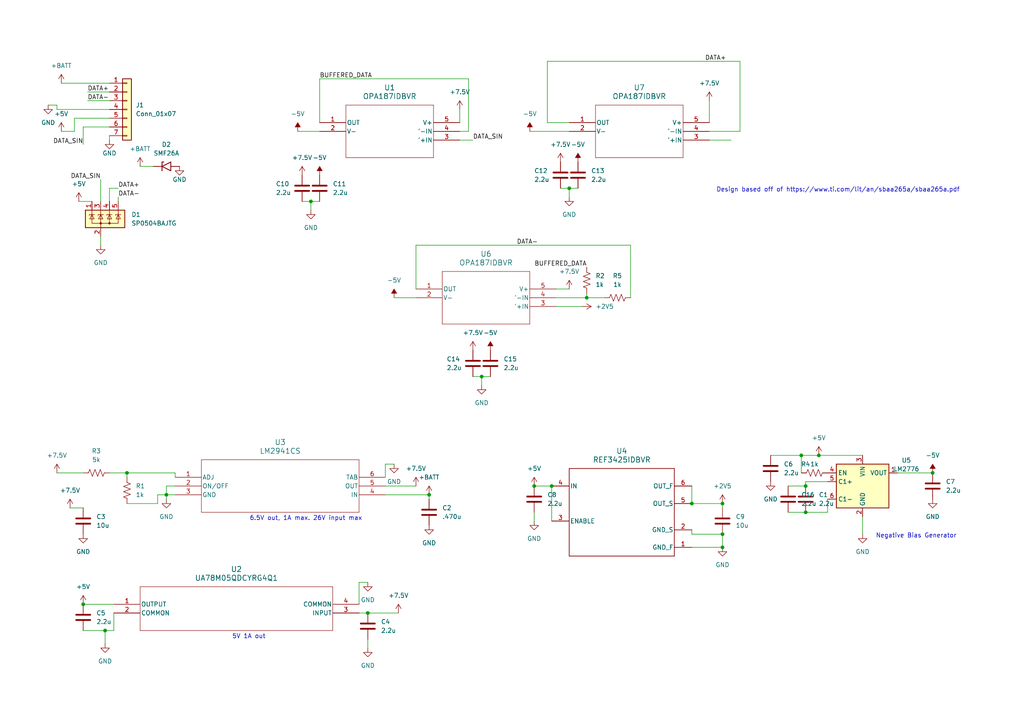
<source format=kicad_sch>
(kicad_sch (version 20250114) (generator "eeschema") (generator_version "9.0")
  (paper "A4")
  (title_block (title "Single Ended to Differential") (company "Akash Chandra"))
  (lib_symbols
    (symbol "Connector_Generic:Conn_01x07" (pin_names (offset 1.016) (hide yes))
      (property "Reference" "J" (at 0 10.16 0))
      (property "Value" "Conn_01x07" (at 0 -10.16 0))
      (symbol "Conn_01x07_1_1"
        (rectangle (start -1.27 8.89) (end 1.27 -8.89) (stroke (width 0.254)) (fill (type background)))
        (rectangle (start -1.27 7.747) (end 0 7.493) (stroke (width 0.1524)))
        (rectangle (start -1.27 5.207) (end 0 4.953) (stroke (width 0.1524)))
        (rectangle (start -1.27 2.667) (end 0 2.413) (stroke (width 0.1524)))
        (rectangle (start -1.27 0.127) (end 0 -0.127) (stroke (width 0.1524)))
        (rectangle (start -1.27 -2.413) (end 0 -2.667) (stroke (width 0.1524)))
        (rectangle (start -1.27 -4.953) (end 0 -5.207) (stroke (width 0.1524)))
        (rectangle (start -1.27 -7.493) (end 0 -7.747) (stroke (width 0.1524)))
        (pin passive line (at -5.08 7.62 0) (length 3.81) (name "Pin_1") (number "1"))
        (pin passive line (at -5.08 5.08 0) (length 3.81) (name "Pin_2") (number "2"))
        (pin passive line (at -5.08 2.54 0) (length 3.81) (name "Pin_3") (number "3"))
        (pin passive line (at -5.08 0 0) (length 3.81) (name "Pin_4") (number "4"))
        (pin passive line (at -5.08 -2.54 0) (length 3.81) (name "Pin_5") (number "5"))
        (pin passive line (at -5.08 -5.08 0) (length 3.81) (name "Pin_6") (number "6"))
        (pin passive line (at -5.08 -7.62 0) (length 3.81) (name "Pin_7") (number "7"))
      )
    )
    (symbol "Device:C" (pin_numbers (hide yes)) (pin_names (offset 0.254))
      (property "Reference" "C" (at 0.635 2.54 0))
      (property "Value" "C" (at 0.635 -2.54 0))
      (symbol "C_0_1"
        (polyline (pts (xy -2.032 0.762) (xy 2.032 0.762)) (stroke (width 0.508)))
        (polyline (pts (xy -2.032 -0.762) (xy 2.032 -0.762)) (stroke (width 0.508)))
      )
      (symbol "C_1_1"
        (pin passive line (at 0 3.81 270) (length 2.794) (name "~") (number "1"))
        (pin passive line (at 0 -3.81 90) (length 2.794) (name "~") (number "2"))
      )
    )
    (symbol "Device:R_US" (pin_numbers (hide yes)) (pin_names (offset 0))
      (property "Reference" "R" (at 2.54 0 90))
      (property "Value" "R_US" (at -2.54 0 90))
      (symbol "R_US_0_1"
        (polyline (pts (xy 0 2.286) (xy 0 2.54)))
        (polyline (pts (xy 0 2.286) (xy 1.016 1.905) (xy 0 1.524) (xy -1.016 1.143) (xy 0 0.762)))
        (polyline (pts (xy 0 0.762) (xy 1.016 0.381) (xy 0 0) (xy -1.016 -0.381) (xy 0 -0.762)))
        (polyline (pts (xy 0 -0.762) (xy 1.016 -1.143) (xy 0 -1.524) (xy -1.016 -1.905) (xy 0 -2.286)))
        (polyline (pts (xy 0 -2.286) (xy 0 -2.54)))
      )
      (symbol "R_US_1_1"
        (pin passive line (at 0 3.81 270) (length 1.27) (name "~") (number "1"))
        (pin passive line (at 0 -3.81 90) (length 1.27) (name "~") (number "2"))
      )
    )
    (symbol "Diode:SMF24A" (pin_numbers (hide yes)) (pin_names (offset 1.016) (hide yes))
      (property "Reference" "D" (at 0 2.54 0))
      (property "Value" "SMF24A" (at 0 -2.54 0))
      (symbol "SMF24A_0_1"
        (polyline (pts (xy -0.762 1.27) (xy -1.27 1.27) (xy -1.27 -1.27)) (stroke (width 0.254)))
        (polyline (pts (xy 1.27 1.27) (xy 1.27 -1.27) (xy -1.27 0) (xy 1.27 1.27)) (stroke (width 0.254)))
      )
      (symbol "SMF24A_1_1"
        (pin passive line (at -3.81 0 0) (length 2.54) (name "A1") (number "1"))
        (pin passive line (at 3.81 0 180) (length 2.54) (name "A2") (number "2"))
      )
    )
    (symbol "New_Library:LM2941CS" (pin_names (offset 0.254))
      (property "Reference" "U" (at 30.48 10.16 0))
      (property "Value" "LM2941CS" (at 30.48 7.62 0))
      (symbol "LM2941CS_0_1"
        (polyline (pts (xy 7.62 5.08) (xy 7.62 -10.16)) (stroke (width 0.127)))
        (polyline (pts (xy 7.62 -10.16) (xy 53.34 -10.16)) (stroke (width 0.127)))
        (polyline (pts (xy 53.34 5.08) (xy 7.62 5.08)) (stroke (width 0.127)))
        (polyline (pts (xy 53.34 -10.16) (xy 53.34 5.08)) (stroke (width 0.127)))
        (pin passive line (at 0 0 0) (length 7.62) (name "ADJ") (number "1"))
        (pin passive line (at 0 -2.54 0) (length 7.62) (name "ON/OFF") (number "2"))
        (pin power_in line (at 0 -5.08 0) (length 7.62) (name "GND") (number "3"))
        (pin unspecified line (at 60.96 0 180) (length 7.62) (name "TAB") (number "6"))
        (pin output line (at 60.96 -2.54 180) (length 7.62) (name "OUT") (number "5"))
        (pin input line (at 60.96 -5.08 180) (length 7.62) (name "IN") (number "4"))
      )
    )
    (symbol "New_Library:OPA187IDBVR" (pin_names (offset 0.254))
      (property "Reference" "U" (at 20.32 10.16 0))
      (property "Value" "OPA187IDBVR" (at 20.32 7.62 0))
      (symbol "OPA187IDBVR_0_1"
        (polyline (pts (xy 7.62 5.08) (xy 7.62 -10.16)) (stroke (width 0.127)))
        (polyline (pts (xy 7.62 -10.16) (xy 33.02 -10.16)) (stroke (width 0.127)))
        (polyline (pts (xy 33.02 5.08) (xy 7.62 5.08)) (stroke (width 0.127)))
        (polyline (pts (xy 33.02 -10.16) (xy 33.02 5.08)) (stroke (width 0.127)))
        (pin output line (at 0 0 0) (length 7.62) (name "OUT") (number "1"))
        (pin power_in line (at 0 -2.54 0) (length 7.62) (name "V-") (number "2"))
        (pin power_in line (at 40.64 0 180) (length 7.62) (name "V+") (number "5"))
        (pin input line (at 40.64 -2.54 180) (length 7.62) (name "'-IN") (number "4"))
        (pin input line (at 40.64 -5.08 180) (length 7.62) (name "'+IN") (number "3"))
      )
    )
    (symbol "New_Library:REF3425IDBVR" (pin_names (offset 0.254))
      (property "Reference" "U" (at 0 2.54 0))
      (property "Value" "REF3425IDBVR" (at 0 0 0))
      (symbol "REF3425IDBVR_0_1"
        (polyline (pts (xy -15.24 12.7) (xy -15.24 -12.7)) (stroke (width 0.2032)))
        (polyline (pts (xy -15.24 -12.7) (xy 15.24 -12.7)) (stroke (width 0.2032)))
        (polyline (pts (xy 15.24 12.7) (xy -15.24 12.7)) (stroke (width 0.2032)))
        (polyline (pts (xy 15.24 -12.7) (xy 15.24 12.7)) (stroke (width 0.2032)))
        (pin power_in line (at -20.32 7.62 0) (length 5.08) (name "IN") (number "4"))
        (pin input line (at -20.32 -2.54 0) (length 5.08) (name "ENABLE") (number "3"))
        (pin power_in line (at 20.32 7.62 180) (length 5.08) (name "OUT_F") (number "6"))
        (pin power_in line (at 20.32 2.54 180) (length 5.08) (name "OUT_S") (number "5"))
        (pin power_in line (at 20.32 -5.08 180) (length 5.08) (name "GND_S") (number "2"))
        (pin power_in line (at 20.32 -10.16 180) (length 5.08) (name "GND_F") (number "1"))
      )
    )
    (symbol "New_Library:UA78M05QDCYRG4Q1" (pin_names (offset 0.254))
      (property "Reference" "U" (at 35.56 10.16 0))
      (property "Value" "UA78M05QDCYRG4Q1" (at 35.56 7.62 0))
      (symbol "UA78M05QDCYRG4Q1_0_1"
        (polyline (pts (xy 7.62 5.08) (xy 7.62 -7.62)) (stroke (width 0.127)))
        (polyline (pts (xy 7.62 -7.62) (xy 63.5 -7.62)) (stroke (width 0.127)))
        (polyline (pts (xy 63.5 5.08) (xy 7.62 5.08)) (stroke (width 0.127)))
        (polyline (pts (xy 63.5 -7.62) (xy 63.5 5.08)) (stroke (width 0.127)))
        (pin output line (at 0 0 0) (length 7.62) (name "OUTPUT") (number "1"))
        (pin unspecified line (at 0 -2.54 0) (length 7.62) (name "COMMON") (number "2"))
        (pin unspecified line (at 71.12 0 180) (length 7.62) (name "COMMON") (number "4"))
        (pin input line (at 71.12 -2.54 180) (length 7.62) (name "INPUT") (number "3"))
      )
    )
    (symbol "Power_Protection:SP0504BAJT" (pin_names (hide yes))
      (property "Reference" "D" (at 7.62 2.54 0))
      (property "Value" "SP0504BAJT" (at 7.62 0.635 0))
      (symbol "SP0504BAJT_0_0"
        (pin passive line (at 0 -5.08 90) (length 2.54) (name "A") (number "2"))
      )
      (symbol "SP0504BAJT_0_1"
        (rectangle (start -4.445 2.54) (end 6.985 -2.54) (stroke (width 0.254)) (fill (type background)))
        (polyline (pts (xy -3.302 1.016) (xy -3.302 1.27) (xy -1.905 1.27) (xy -1.778 1.27)))
        (polyline (pts (xy -2.54 2.54) (xy -2.54 1.27)))
        (polyline (pts (xy -2.54 1.27) (xy -2.54 -1.27) (xy 2.54 -1.27) (xy 2.54 1.27)))
        (polyline (pts (xy -2.54 1.27) (xy -1.905 0) (xy -3.175 0) (xy -2.54 1.27)))
        (polyline (pts (xy 0 2.54) (xy 0 1.27)))
        (polyline (pts (xy 0 -1.27) (xy 0 1.27)))
        (polyline (pts (xy 0 -1.27) (xy 0 -2.54)))
        (circle (center 0 -1.27) (radius 0.254) (fill (type outline)))
        (polyline (pts (xy 0.635 1.27) (xy 0.762 1.27)))
        (polyline (pts (xy 0.635 1.27) (xy -0.762 1.27) (xy -0.762 1.016)))
        (polyline (pts (xy 0.635 0) (xy -0.635 0) (xy 0 1.27) (xy 0.635 0)))
        (polyline (pts (xy 1.778 1.016) (xy 1.778 1.27) (xy 3.175 1.27) (xy 3.302 1.27)))
        (polyline (pts (xy 2.54 2.54) (xy 2.54 1.27)))
        (polyline (pts (xy 2.54 1.27) (xy 1.905 0) (xy 3.175 0) (xy 2.54 1.27)))
        (circle (center 2.54 -1.27) (radius 0.254) (fill (type outline)))
        (polyline (pts (xy 4.318 1.016) (xy 4.318 1.27) (xy 5.715 1.27) (xy 5.842 1.27)))
        (polyline (pts (xy 5.08 2.54) (xy 5.08 1.27)))
        (polyline (pts (xy 5.08 1.27) (xy 5.08 -1.27) (xy 2.54 -1.27)))
        (polyline (pts (xy 5.08 1.27) (xy 4.445 0) (xy 5.715 0) (xy 5.08 1.27)))
      )
      (symbol "SP0504BAJT_1_1"
        (pin passive line (at -2.54 5.08 270) (length 2.54) (name "K") (number "1"))
        (pin passive line (at 0 5.08 270) (length 2.54) (name "K") (number "3"))
        (pin passive line (at 2.54 5.08 270) (length 2.54) (name "K") (number "4"))
        (pin passive line (at 5.08 5.08 270) (length 2.54) (name "K") (number "5"))
      )
    )
    (symbol "Regulator_SwitchedCapacitor:LM2776"
      (property "Reference" "U" (at -6.35 6.35 0))
      (property "Value" "LM2776" (at 1.27 6.35 0))
      (symbol "LM2776_0_1"
        (rectangle (start -7.62 5.08) (end 7.62 -7.62) (stroke (width 0.254)) (fill (type background)))
      )
      (symbol "LM2776_1_1"
        (pin input line (at -10.16 2.54 0) (length 2.54) (name "EN") (number "4"))
        (pin passive line (at -10.16 0 0) (length 2.54) (name "C1+") (number "5"))
        (pin passive line (at -10.16 -5.08 0) (length 2.54) (name "C1-") (number "6"))
        (pin power_in line (at 0 7.62 270) (length 2.54) (name "VIN") (number "3"))
        (pin power_in line (at 0 -10.16 90) (length 2.54) (name "GND") (number "2"))
        (pin power_out line (at 10.16 2.54 180) (length 2.54) (name "VOUT") (number "1"))
      )
    )
    (symbol "power:+2V5" (power) (pin_names (offset 0))
      (property "Value" "+2V5" (at 0 3.556 0))
      (symbol "+2V5_0_1"
        (polyline (pts (xy -0.762 1.27) (xy 0 2.54)))
        (polyline (pts (xy 0 2.54) (xy 0.762 1.27)))
        (polyline (pts (xy 0 0) (xy 0 2.54)))
      )
      (symbol "+2V5_1_1"
        (pin power_in line (at 0 0 90) (length 0) (hide yes) (name "+2V5") (number "1"))
      )
    )
    (symbol "power:+5V" (power) (pin_names (offset 0))
      (property "Value" "+5V" (at 0 3.556 0))
      (symbol "+5V_0_1"
        (polyline (pts (xy -0.762 1.27) (xy 0 2.54)))
        (polyline (pts (xy 0 2.54) (xy 0.762 1.27)))
        (polyline (pts (xy 0 0) (xy 0 2.54)))
      )
      (symbol "+5V_1_1"
        (pin power_in line (at 0 0 90) (length 0) (hide yes) (name "+5V") (number "1"))
      )
    )
    (symbol "power:+7.5V" (power) (pin_names (offset 0))
      (property "Value" "+7.5V" (at 0 3.556 0))
      (symbol "+7.5V_0_1"
        (polyline (pts (xy -0.762 1.27) (xy 0 2.54)))
        (polyline (pts (xy 0 2.54) (xy 0.762 1.27)))
        (polyline (pts (xy 0 0) (xy 0 2.54)))
      )
      (symbol "+7.5V_1_1"
        (pin power_in line (at 0 0 90) (length 0) (hide yes) (name "+7.5V") (number "1"))
      )
    )
    (symbol "power:+BATT" (power) (pin_names (offset 0))
      (property "Value" "+BATT" (at 0 3.556 0))
      (symbol "+BATT_0_1"
        (polyline (pts (xy -0.762 1.27) (xy 0 2.54)))
        (polyline (pts (xy 0 2.54) (xy 0.762 1.27)))
        (polyline (pts (xy 0 0) (xy 0 2.54)))
      )
      (symbol "+BATT_1_1"
        (pin power_in line (at 0 0 90) (length 0) (hide yes) (name "+BATT") (number "1"))
      )
    )
    (symbol "power:-5V" (power) (pin_names (offset 0))
      (property "Value" "-5V" (at 0 3.81 0))
      (symbol "-5V_0_0"
        (pin power_in line (at 0 0 90) (length 0) (hide yes) (name "-5V") (number "1"))
      )
      (symbol "-5V_0_1"
        (polyline (pts (xy 0 0) (xy 0 1.27) (xy 0.762 1.27) (xy 0 2.54) (xy -0.762 1.27) (xy 0 1.27)) (fill (type outline)))
      )
    )
    (symbol "power:GND" (power) (pin_names (offset 0))
      (property "Value" "GND" (at 0 -3.81 0))
      (symbol "GND_0_1"
        (polyline (pts (xy 0 0) (xy 0 -1.27) (xy 1.27 -1.27) (xy 0 -2.54) (xy -1.27 -1.27) (xy 0 -1.27)))
      )
      (symbol "GND_1_1"
        (pin power_in line (at 0 0 270) (length 0) (hide yes) (name "GND") (number "1"))
      )
    )
  )
  (text "5V 1A out" (at 67.31 185.42 0) (effects (font (size 1.27 1.27)) (justify left bottom)))
  (text "Design based off of https://www.ti.com/lit/an/sbaa265a/sbaa265a.pdf" (at 243.078 55.118 0) (effects (font (size 1.27 1.27))))
  (text "6.5V out, 1A max. 26V input max\n" (at 72.39 151.13 0) (effects (font (size 1.27 1.27)) (justify left bottom)))
  (text "Negative Bias Generator" (at 254 156.21 0) (effects (font (size 1.27 1.27)) (justify left bottom)))
  (junction (at 36.83 137.16))
  (junction (at 124.46 143.51))
  (junction (at 90.17 58.42))
  (junction (at 233.68 140.97))
  (junction (at 170.18 86.36))
  (junction (at 165.1 54.61))
  (junction (at 30.48 182.88))
  (junction (at 160.02 140.97))
  (junction (at 24.13 175.26))
  (junction (at 154.94 140.97))
  (junction (at 200.66 146.05))
  (junction (at 48.26 143.51))
  (junction (at 209.55 158.75))
  (junction (at 106.68 177.8))
  (junction (at 209.55 146.05))
  (junction (at 209.55 154.94))
  (junction (at 237.49 132.08))
  (junction (at 233.68 148.59))
  (junction (at 270.51 137.16))
  (junction (at 232.41 132.08))
  (junction (at 139.7 109.22))
  (wire (pts (xy 228.6 148.59) (xy 233.68 148.59)))
  (wire (pts (xy 45.72 146.05) (xy 45.72 143.51)))
  (wire (pts (xy 29.21 68.58) (xy 29.21 71.12)))
  (wire (pts (xy 260.35 137.16) (xy 270.51 137.16)))
  (wire (pts (xy 24.13 36.83) (xy 31.75 36.83)))
  (wire (pts (xy 161.29 88.9) (xy 168.91 88.9)))
  (wire (pts (xy 33.02 182.88) (xy 30.48 182.88)))
  (wire (pts (xy 25.4 26.67) (xy 31.75 26.67)))
  (wire (pts (xy 92.71 35.56) (xy 92.71 22.86)))
  (wire (pts (xy 16.51 31.75) (xy 31.75 31.75)))
  (wire (pts (xy 50.8 140.97) (xy 48.26 140.97)))
  (wire (pts (xy 20.32 147.32) (xy 24.13 147.32)))
  (wire (pts (xy 124.46 143.51) (xy 124.46 144.78)))
  (wire (pts (xy 111.76 143.51) (xy 124.46 143.51)))
  (wire (pts (xy 133.35 31.75) (xy 133.35 35.56)))
  (wire (pts (xy 24.13 36.83) (xy 24.13 41.91)))
  (wire (pts (xy 205.74 40.64) (xy 212.09 40.64)))
  (wire (pts (xy 237.49 132.08) (xy 250.19 132.08)))
  (wire (pts (xy 240.03 148.59) (xy 233.68 148.59)))
  (wire (pts (xy 139.7 109.22) (xy 139.7 111.76)))
  (wire (pts (xy 34.29 54.61) (xy 31.75 54.61)))
  (wire (pts (xy 209.55 154.94) (xy 200.66 154.94)))
  (wire (pts (xy 160.02 140.97) (xy 160.02 151.13)))
  (wire (pts (xy 200.66 140.97) (xy 200.66 146.05)))
  (wire (pts (xy 158.75 35.56) (xy 165.1 35.56)))
  (wire (pts (xy 104.14 175.26) (xy 104.14 168.91)))
  (wire (pts (xy 106.68 185.42) (xy 106.68 187.96)))
  (wire (pts (xy 21.59 38.1) (xy 17.78 38.1)))
  (wire (pts (xy 214.63 17.78) (xy 158.75 17.78)))
  (wire (pts (xy 214.63 38.1) (xy 214.63 17.78)))
  (wire (pts (xy 45.72 143.51) (xy 48.26 143.51)))
  (wire (pts (xy 161.29 86.36) (xy 170.18 86.36)))
  (wire (pts (xy 86.36 38.1) (xy 92.71 38.1)))
  (wire (pts (xy 200.66 146.05) (xy 209.55 146.05)))
  (wire (pts (xy 205.74 38.1) (xy 214.63 38.1)))
  (wire (pts (xy 161.29 83.82) (xy 165.1 83.82)))
  (wire (pts (xy 200.66 158.75) (xy 209.55 158.75)))
  (wire (pts (xy 228.6 140.97) (xy 233.68 140.97)))
  (wire (pts (xy 162.56 54.61) (xy 165.1 54.61)))
  (wire (pts (xy 104.14 168.91) (xy 106.68 168.91)))
  (wire (pts (xy 158.75 17.78) (xy 158.75 35.56)))
  (wire (pts (xy 154.94 140.97) (xy 160.02 140.97)))
  (wire (pts (xy 22.86 58.42) (xy 26.67 58.42)))
  (wire (pts (xy 48.26 144.78) (xy 48.26 143.51)))
  (wire (pts (xy 16.51 30.48) (xy 16.51 31.75)))
  (wire (pts (xy 30.48 182.88) (xy 30.48 186.69)))
  (wire (pts (xy 31.75 54.61) (xy 31.75 58.42)))
  (wire (pts (xy 209.55 158.75) (xy 209.55 154.94)))
  (wire (pts (xy 29.21 52.07) (xy 29.21 58.42)))
  (wire (pts (xy 36.83 137.16) (xy 50.8 137.16)))
  (wire (pts (xy 21.59 38.1) (xy 21.59 34.29)))
  (wire (pts (xy 16.51 137.16) (xy 24.13 137.16)))
  (wire (pts (xy 223.52 132.08) (xy 232.41 132.08)))
  (wire (pts (xy 137.16 109.22) (xy 139.7 109.22)))
  (wire (pts (xy 24.13 182.88) (xy 30.48 182.88)))
  (wire (pts (xy 50.8 137.16) (xy 50.8 138.43)))
  (wire (pts (xy 34.29 57.15) (xy 34.29 58.42)))
  (wire (pts (xy 232.41 132.08) (xy 237.49 132.08)))
  (wire (pts (xy 25.4 29.21) (xy 31.75 29.21)))
  (wire (pts (xy 154.94 151.13) (xy 154.94 148.59)))
  (wire (pts (xy 17.78 24.13) (xy 31.75 24.13)))
  (wire (pts (xy 200.66 154.94) (xy 200.66 153.67)))
  (wire (pts (xy 120.65 71.12) (xy 120.65 83.82)))
  (wire (pts (xy 250.19 149.86) (xy 250.19 154.94)))
  (wire (pts (xy 232.41 132.08) (xy 232.41 137.16)))
  (wire (pts (xy 31.75 39.37) (xy 31.75 40.64)))
  (wire (pts (xy 135.89 38.1) (xy 133.35 38.1)))
  (wire (pts (xy 90.17 58.42) (xy 92.71 58.42)))
  (wire (pts (xy 36.83 137.16) (xy 36.83 138.43)))
  (wire (pts (xy 182.88 71.12) (xy 120.65 71.12)))
  (wire (pts (xy 48.26 143.51) (xy 50.8 143.51)))
  (wire (pts (xy 133.35 40.64) (xy 137.16 40.64)))
  (wire (pts (xy 21.59 34.29) (xy 31.75 34.29)))
  (wire (pts (xy 106.68 177.8) (xy 115.57 177.8)))
  (wire (pts (xy 135.89 22.86) (xy 135.89 38.1)))
  (wire (pts (xy 111.76 140.97) (xy 120.65 140.97)))
  (wire (pts (xy 31.75 137.16) (xy 36.83 137.16)))
  (wire (pts (xy 48.26 140.97) (xy 48.26 143.51)))
  (wire (pts (xy 16.51 30.48) (xy 13.97 30.48)))
  (wire (pts (xy 165.1 54.61) (xy 165.1 57.15)))
  (wire (pts (xy 87.63 58.42) (xy 90.17 58.42)))
  (wire (pts (xy 92.71 22.86) (xy 135.89 22.86)))
  (wire (pts (xy 209.55 146.05) (xy 209.55 147.32)))
  (wire (pts (xy 233.68 140.97) (xy 233.68 139.7)))
  (wire (pts (xy 153.67 38.1) (xy 165.1 38.1)))
  (wire (pts (xy 104.14 177.8) (xy 106.68 177.8)))
  (wire (pts (xy 165.1 54.61) (xy 167.64 54.61)))
  (wire (pts (xy 114.3 86.36) (xy 120.65 86.36)))
  (wire (pts (xy 33.02 177.8) (xy 33.02 182.88)))
  (wire (pts (xy 170.18 86.36) (xy 175.26 86.36)))
  (wire (pts (xy 170.18 85.09) (xy 170.18 86.36)))
  (wire (pts (xy 111.76 134.62) (xy 114.3 134.62)))
  (wire (pts (xy 205.74 29.21) (xy 205.74 35.56)))
  (wire (pts (xy 24.13 175.26) (xy 33.02 175.26)))
  (wire (pts (xy 40.64 48.26) (xy 44.45 48.26)))
  (wire (pts (xy 240.03 144.78) (xy 240.03 148.59)))
  (wire (pts (xy 139.7 109.22) (xy 142.24 109.22)))
  (wire (pts (xy 90.17 58.42) (xy 90.17 60.96)))
  (wire (pts (xy 36.83 146.05) (xy 45.72 146.05)))
  (wire (pts (xy 111.76 138.43) (xy 111.76 134.62)))
  (wire (pts (xy 233.68 139.7) (xy 240.03 139.7)))
  (wire (pts (xy 182.88 86.36) (xy 182.88 71.12)))
  (label "DATA-" (at 34.29 57.15 0))
  (label "BUFFERED_DATA" (at 92.71 22.86 0))
  (label "DATA+" (at 204.47 17.78 0))
  (label "DATA_SIN" (at 29.21 52.07 180))
  (label "DATA+" (at 34.29 54.61 0))
  (label "DATA_SIN" (at 24.13 41.91 180))
  (label "DATA_SIN" (at 137.16 40.64 0))
  (label "DATA-" (at 149.86 71.12 0))
  (label "DATA+" (at 25.4 26.67 0))
  (label "DATA-" (at 25.4 29.21 0))
  (label "BUFFERED_DATA" (at 170.18 77.47 180))
  (symbol (lib_id "power:+7.5V") (at 165.1 83.82 0) (unit 1)
    (property "Reference" "#PWR043" (effects (hide yes)))
    (property "Value" "+7.5V" (at 165.1 78.74 0))
  )
  (symbol (lib_id "power:+7.5V") (at 205.74 29.21 0) (unit 1)
    (property "Reference" "#PWR033" (effects (hide yes)))
    (property "Value" "+7.5V" (at 205.74 24.13 0))
  )
  (symbol (lib_id "power:GND") (at 223.52 139.7 0) (unit 1)
    (property "Reference" "#PWR016" (effects (hide yes)))
    (property "Value" "GND" (at 223.52 144.78 0))
  )
  (symbol (lib_id "power:GND") (at 106.68 168.91 0) (unit 1)
    (property "Reference" "#PWR010" (effects (hide yes)))
    (property "Value" "GND" (at 106.68 173.99 0))
  )
  (symbol (lib_id "power:GND") (at 250.19 154.94 0) (unit 1)
    (property "Reference" "#PWR017" (effects (hide yes)))
    (property "Value" "GND" (at 250.19 160.02 0))
  )
  (symbol (lib_id "Device:C") (at 124.46 148.59 0) (unit 1)
    (property "Reference" "C2" (at 128.27 147.32 0) (effects (justify left)))
    (property "Value" ".470u" (at 128.27 149.86 0) (effects (justify left)))
    (property "Footprint" "Capacitor_SMD:C_0603_1608Metric" (effects (hide yes)))
  )
  (symbol (lib_id "Device:C") (at 167.64 50.8 0) (unit 1)
    (property "Reference" "C13" (at 171.45 49.53 0) (effects (justify left)))
    (property "Value" "2.2u" (at 171.45 52.07 0) (effects (justify left)))
    (property "Footprint" "Capacitor_SMD:C_0603_1608Metric" (effects (hide yes)))
  )
  (symbol (lib_id "Device:C") (at 228.6 144.78 0) (unit 1)
    (property "Reference" "C16" (at 232.41 143.51 0) (effects (justify left)))
    (property "Value" "2.2u" (at 232.41 146.05 0) (effects (justify left)))
    (property "Footprint" "Capacitor_SMD:C_0603_1608Metric" (effects (hide yes)))
  )
  (symbol (lib_id "power:GND") (at 30.48 186.69 0) (unit 1)
    (property "Reference" "#PWR09" (effects (hide yes)))
    (property "Value" "GND" (at 30.48 191.77 0))
  )
  (symbol (lib_id "New_Library:OPA187IDBVR") (at 92.71 35.56 0) (unit 1)
    (property "Reference" "U1" (at 113.03 25.4 0) (effects (font (size 1.524 1.524))))
    (property "Value" "OPA187IDBVR" (at 113.03 27.94 0) (effects (font (size 1.524 1.524))))
    (property "Footprint" "Library:DBV5_TEX" (effects (hide yes)))
    (property "Datasheet" "OPA187IDBVR" (effects (hide yes)))
  )
  (symbol (lib_id "Device:C") (at 24.13 151.13 0) (unit 1)
    (property "Reference" "C3" (at 27.94 149.86 0) (effects (justify left)))
    (property "Value" "10u" (at 27.94 152.4 0) (effects (justify left)))
    (property "Footprint" "Capacitor_SMD:C_0603_1608Metric" (effects (hide yes)))
  )
  (symbol (lib_id "Device:C") (at 142.24 105.41 0) (unit 1)
    (property "Reference" "C15" (at 146.05 104.14 0) (effects (justify left)))
    (property "Value" "2.2u" (at 146.05 106.68 0) (effects (justify left)))
    (property "Footprint" "Capacitor_SMD:C_0603_1608Metric" (effects (hide yes)))
  )
  (symbol (lib_id "Device:R_US") (at 27.94 137.16 90) (unit 1)
    (property "Reference" "R3" (at 27.94 130.81 90))
    (property "Value" "5k" (at 27.94 133.35 90))
    (property "Footprint" "Resistor_SMD:R_0603_1608Metric" (effects (hide yes)))
  )
  (symbol (lib_id "Device:R_US") (at 36.83 142.24 0) (unit 1)
    (property "Reference" "R1" (at 39.37 140.97 0) (effects (justify left)))
    (property "Value" "1k" (at 39.37 143.51 0) (effects (justify left)))
    (property "Footprint" "Resistor_SMD:R_0603_1608Metric" (effects (hide yes)))
  )
  (symbol (lib_id "Device:C") (at 270.51 140.97 0) (unit 1)
    (property "Reference" "C7" (at 274.32 139.7 0) (effects (justify left)))
    (property "Value" "2.2u" (at 274.32 142.24 0) (effects (justify left)))
    (property "Footprint" "Capacitor_SMD:C_0603_1608Metric" (effects (hide yes)))
  )
  (symbol (lib_id "Device:R_US") (at 179.07 86.36 90) (unit 1)
    (property "Reference" "R5" (at 179.07 80.01 90))
    (property "Value" "1k" (at 179.07 82.55 90))
    (property "Footprint" "Resistor_SMD:R_0603_1608Metric" (effects (hide yes)))
  )
  (symbol (lib_id "Device:C") (at 223.52 135.89 0) (unit 1)
    (property "Reference" "C6" (at 227.33 134.62 0) (effects (justify left)))
    (property "Value" "2.2u" (at 227.33 137.16 0) (effects (justify left)))
    (property "Footprint" "Capacitor_SMD:C_0603_1608Metric" (effects (hide yes)))
  )
  (symbol (lib_id "Regulator_SwitchedCapacitor:LM2776") (at 250.19 139.7 0) (unit 1)
    (property "Reference" "U5" (at 262.89 133.5121 0))
    (property "Value" "LM2776" (at 262.89 136.0521 0))
    (property "Footprint" "Package_TO_SOT_SMD:SOT-23-6" (effects (hide yes)))
    (property "Datasheet" "http://www.ti.com/lit/ds/symlink/lm2776.pdf" (effects (hide yes)))
  )
  (symbol (lib_id "Device:C") (at 233.68 144.78 0) (unit 1)
    (property "Reference" "C1" (at 237.49 143.51 0) (effects (justify left)))
    (property "Value" "2.2u" (at 237.49 146.05 0) (effects (justify left)))
    (property "Footprint" "Capacitor_SMD:C_0603_1608Metric" (effects (hide yes)))
  )
  (symbol (lib_id "power:-5V") (at 142.24 101.6 0) (unit 1)
    (property "Reference" "#PWR040" (effects (hide yes)))
    (property "Value" "-5V" (at 142.24 96.52 0))
  )
  (symbol (lib_id "power:+7.5V") (at 133.35 31.75 0) (unit 1)
    (property "Reference" "#PWR028" (effects (hide yes)))
    (property "Value" "+7.5V" (at 133.35 26.67 0))
  )
  (symbol (lib_id "power:+7.5V") (at 87.63 50.8 0) (unit 1)
    (property "Reference" "#PWR030" (effects (hide yes)))
    (property "Value" "+7.5V" (at 87.63 45.72 0))
  )
  (symbol (lib_id "power:GND") (at 31.75 40.64 0) (unit 1)
    (property "Reference" "#PWR027" (effects (hide yes)))
    (property "Value" "GND" (at 31.75 44.45 0))
  )
  (symbol (lib_id "power:+BATT") (at 124.46 143.51 0) (unit 1)
    (property "Reference" "#PWR01" (effects (hide yes)))
    (property "Value" "+BATT" (at 124.46 138.43 0))
  )
  (symbol (lib_id "power:-5V") (at 153.67 38.1 0) (unit 1)
    (property "Reference" "#PWR034" (effects (hide yes)))
    (property "Value" "-5V" (at 153.67 33.02 0))
  )
  (symbol (lib_id "power:+5V") (at 237.49 132.08 0) (unit 1)
    (property "Reference" "#PWR015" (effects (hide yes)))
    (property "Value" "+5V" (at 237.49 127 0))
  )
  (symbol (lib_id "Device:C") (at 162.56 50.8 0) (unit 1)
    (property "Reference" "C12" (at 154.94 49.53 0) (effects (justify left)))
    (property "Value" "2.2u" (at 154.94 52.07 0) (effects (justify left)))
    (property "Footprint" "Capacitor_SMD:C_0603_1608Metric" (effects (hide yes)))
  )
  (symbol (lib_id "power:+2V5") (at 209.55 146.05 0) (unit 1)
    (property "Reference" "#PWR023" (effects (hide yes)))
    (property "Value" "+2V5" (at 209.55 140.97 0))
  )
  (symbol (lib_id "power:+5V") (at 24.13 175.26 0) (unit 1)
    (property "Reference" "#PWR07" (effects (hide yes)))
    (property "Value" "+5V" (at 24.13 170.18 0))
  )
  (symbol (lib_id "power:GND") (at 165.1 57.15 0) (unit 1)
    (property "Reference" "#PWR036" (effects (hide yes)))
    (property "Value" "GND" (at 165.1 62.23 0))
  )
  (symbol (lib_id "power:-5V") (at 86.36 38.1 0) (unit 1)
    (property "Reference" "#PWR029" (effects (hide yes)))
    (property "Value" "-5V" (at 86.36 33.02 0))
  )
  (symbol (lib_id "power:+BATT") (at 40.64 48.26 0) (unit 1)
    (property "Reference" "#PWR046" (effects (hide yes)))
    (property "Value" "+BATT" (at 40.64 43.18 0))
  )
  (symbol (lib_id "power:+BATT") (at 17.78 24.13 0) (unit 1)
    (property "Reference" "#PWR025" (effects (hide yes)))
    (property "Value" "+BATT" (at 17.78 19.05 0))
  )
  (symbol (lib_id "power:-5V") (at 92.71 50.8 0) (unit 1)
    (property "Reference" "#PWR031" (effects (hide yes)))
    (property "Value" "-5V" (at 92.71 45.72 0))
  )
  (symbol (lib_id "New_Library:OPA187IDBVR") (at 120.65 83.82 0) (unit 1)
    (property "Reference" "U6" (at 140.97 73.66 0) (effects (font (size 1.524 1.524))))
    (property "Value" "OPA187IDBVR" (at 140.97 76.2 0) (effects (font (size 1.524 1.524))))
    (property "Footprint" "Library:DBV5_TEX" (effects (hide yes)))
    (property "Datasheet" "OPA187IDBVR" (effects (hide yes)))
  )
  (symbol (lib_id "power:+5V") (at 17.78 38.1 0) (unit 1)
    (property "Reference" "#PWR026" (effects (hide yes)))
    (property "Value" "+5V" (at 17.78 33.02 0))
  )
  (symbol (lib_id "power:GND") (at 90.17 60.96 0) (unit 1)
    (property "Reference" "#PWR032" (effects (hide yes)))
    (property "Value" "GND" (at 90.17 66.04 0))
  )
  (symbol (lib_id "New_Library:OPA187IDBVR") (at 165.1 35.56 0) (unit 1)
    (property "Reference" "U7" (at 185.42 25.4 0) (effects (font (size 1.524 1.524))))
    (property "Value" "OPA187IDBVR" (at 185.42 27.94 0) (effects (font (size 1.524 1.524))))
    (property "Footprint" "Library:DBV5_TEX" (effects (hide yes)))
    (property "Datasheet" "OPA187IDBVR" (effects (hide yes)))
  )
  (symbol (lib_id "power:-5V") (at 270.51 137.16 0) (unit 1)
    (property "Reference" "#PWR018" (effects (hide yes)))
    (property "Value" "-5V" (at 270.51 132.08 0))
  )
  (symbol (lib_id "Device:C") (at 209.55 151.13 0) (unit 1)
    (property "Reference" "C9" (at 213.36 149.86 0) (effects (justify left)))
    (property "Value" "10u" (at 213.36 152.4 0) (effects (justify left)))
    (property "Footprint" "Capacitor_SMD:C_0603_1608Metric" (effects (hide yes)))
  )
  (symbol (lib_id "power:+7.5V") (at 137.16 101.6 0) (unit 1)
    (property "Reference" "#PWR038" (effects (hide yes)))
    (property "Value" "+7.5V" (at 137.16 96.52 0))
  )
  (symbol (lib_id "power:+2V5") (at 168.91 88.9 270) (unit 1)
    (property "Reference" "#PWR041" (effects (hide yes)))
    (property "Value" "+2V5" (at 172.72 88.9 90) (effects (justify left)))
  )
  (symbol (lib_id "power:GND") (at 154.94 151.13 0) (unit 1)
    (property "Reference" "#PWR022" (effects (hide yes)))
    (property "Value" "GND" (at 154.94 156.21 0))
  )
  (symbol (lib_id "power:GND") (at 114.3 134.62 0) (unit 1)
    (property "Reference" "#PWR06" (effects (hide yes)))
    (property "Value" "GND" (at 114.3 139.7 0))
  )
  (symbol (lib_id "power:GND") (at 124.46 152.4 0) (unit 1)
    (property "Reference" "#PWR04" (effects (hide yes)))
    (property "Value" "GND" (at 124.46 157.48 0))
  )
  (symbol (lib_id "power:-5V") (at 167.64 46.99 0) (unit 1)
    (property "Reference" "#PWR037" (effects (hide yes)))
    (property "Value" "-5V" (at 167.64 41.91 0))
  )
  (symbol (lib_id "Device:R_US") (at 170.18 81.28 0) (unit 1)
    (property "Reference" "R2" (at 172.72 80.01 0) (effects (justify left)))
    (property "Value" "1k" (at 172.72 82.55 0) (effects (justify left)))
    (property "Footprint" "Resistor_SMD:R_0603_1608Metric" (effects (hide yes)))
  )
  (symbol (lib_id "power:+7.5V") (at 120.65 140.97 0) (unit 1)
    (property "Reference" "#PWR012" (effects (hide yes)))
    (property "Value" "+7.5V" (at 120.65 135.89 0))
  )
  (symbol (lib_id "power:GND") (at 13.97 30.48 0) (unit 1)
    (property "Reference" "#PWR024" (effects (hide yes)))
    (property "Value" "GND" (at 13.97 35.56 0))
  )
  (symbol (lib_id "power:+7.5V") (at 162.56 46.99 0) (unit 1)
    (property "Reference" "#PWR035" (effects (hide yes)))
    (property "Value" "+7.5V" (at 162.56 41.91 0))
  )
  (symbol (lib_id "power:+5V") (at 22.86 58.42 0) (unit 1)
    (property "Reference" "#PWR044" (effects (hide yes)))
    (property "Value" "+5V" (at 22.86 53.34 0))
  )
  (symbol (lib_id "power:GND") (at 209.55 158.75 0) (unit 1)
    (property "Reference" "#PWR021" (effects (hide yes)))
    (property "Value" "GND" (at 209.55 163.83 0))
  )
  (symbol (lib_id "power:-5V") (at 114.3 86.36 0) (unit 1)
    (property "Reference" "#PWR042" (effects (hide yes)))
    (property "Value" "-5V" (at 114.3 81.28 0))
  )
  (symbol (lib_id "Device:R_US") (at 236.22 137.16 270) (unit 1)
    (property "Reference" "R4" (at 233.68 134.62 90))
    (property "Value" "1k" (at 236.22 134.62 90))
    (property "Footprint" "Resistor_SMD:R_0603_1608Metric" (effects (hide yes)))
  )
  (symbol (lib_id "Device:C") (at 24.13 179.07 0) (unit 1)
    (property "Reference" "C5" (at 27.94 177.8 0) (effects (justify left)))
    (property "Value" "2.2u" (at 27.94 180.34 0) (effects (justify left)))
    (property "Footprint" "Capacitor_SMD:C_0603_1608Metric" (effects (hide yes)))
  )
  (symbol (lib_id "power:+7.5V") (at 115.57 177.8 0) (unit 1)
    (property "Reference" "#PWR014" (effects (hide yes)))
    (property "Value" "+7.5V" (at 115.57 172.72 0))
  )
  (symbol (lib_id "power:GND") (at 48.26 144.78 0) (unit 1)
    (property "Reference" "#PWR03" (effects (hide yes)))
    (property "Value" "GND" (at 48.26 149.86 0))
  )
  (symbol (lib_id "Device:C") (at 137.16 105.41 0) (unit 1)
    (property "Reference" "C14" (at 129.54 104.14 0) (effects (justify left)))
    (property "Value" "2.2u" (at 129.54 106.68 0) (effects (justify left)))
    (property "Footprint" "Capacitor_SMD:C_0603_1608Metric" (effects (hide yes)))
  )
  (symbol (lib_id "Device:C") (at 106.68 181.61 0) (unit 1)
    (property "Reference" "C4" (at 110.49 180.34 0) (effects (justify left)))
    (property "Value" "2.2u" (at 110.49 182.88 0) (effects (justify left)))
    (property "Footprint" "Capacitor_SMD:C_0603_1608Metric" (effects (hide yes)))
  )
  (symbol (lib_id "power:GND") (at 52.07 48.26 0) (unit 1)
    (property "Reference" "#PWR045" (effects (hide yes)))
    (property "Value" "GND" (at 52.07 52.07 0))
  )
  (symbol (lib_id "power:GND") (at 270.51 144.78 0) (unit 1)
    (property "Reference" "#PWR019" (effects (hide yes)))
    (property "Value" "GND" (at 270.51 149.86 0))
  )
  (symbol (lib_id "power:GND") (at 139.7 111.76 0) (unit 1)
    (property "Reference" "#PWR039" (effects (hide yes)))
    (property "Value" "GND" (at 139.7 116.84 0))
  )
  (symbol (lib_id "power:GND") (at 24.13 154.94 0) (unit 1)
    (property "Reference" "#PWR08" (effects (hide yes)))
    (property "Value" "GND" (at 24.13 160.02 0))
  )
  (symbol (lib_id "Device:C") (at 92.71 54.61 0) (unit 1)
    (property "Reference" "C11" (at 96.52 53.34 0) (effects (justify left)))
    (property "Value" "2.2u" (at 96.52 55.88 0) (effects (justify left)))
    (property "Footprint" "Capacitor_SMD:C_0603_1608Metric" (effects (hide yes)))
  )
  (symbol (lib_id "New_Library:LM2941CS") (at 50.8 138.43 0) (unit 1)
    (property "Reference" "U3" (at 81.28 128.27 0) (effects (font (size 1.524 1.524))))
    (property "Value" "LM2941CS" (at 81.28 130.81 0) (effects (font (size 1.524 1.524))))
    (property "Footprint" "Library:TS5B" (effects (hide yes)))
    (property "Datasheet" "LM2941CS" (effects (hide yes)))
  )
  (symbol (lib_id "Device:C") (at 87.63 54.61 0) (unit 1)
    (property "Reference" "C10" (at 80.01 53.34 0) (effects (justify left)))
    (property "Value" "2.2u" (at 80.01 55.88 0) (effects (justify left)))
    (property "Footprint" "Capacitor_SMD:C_0603_1608Metric" (effects (hide yes)))
  )
  (symbol (lib_id "power:+5V") (at 154.94 140.97 0) (unit 1)
    (property "Reference" "#PWR020" (effects (hide yes)))
    (property "Value" "+5V" (at 154.94 135.89 0))
  )
  (symbol (lib_id "power:+7.5V") (at 20.32 147.32 0) (unit 1)
    (property "Reference" "#PWR013" (effects (hide yes)))
    (property "Value" "+7.5V" (at 20.32 142.24 0))
  )
  (symbol (lib_id "Power_Protection:SP0504BAJT") (at 29.21 63.5 0) (unit 1)
    (property "Reference" "D1" (at 38.1 62.23 0) (effects (justify left)))
    (property "Value" "SP0504BAJTG" (at 38.1 64.77 0) (effects (justify left)))
    (property "Footprint" "Package_TO_SOT_SMD:SOT-353_SC-70-5" (effects (hide yes)))
    (property "Datasheet" "http://www.littelfuse.com/~/media/files/littelfuse/technical%20resources/documents/data%20sheets/sp05xxba.pdf" (effects (hide yes)))
  )
  (symbol (lib_id "power:GND") (at 106.68 187.96 0) (unit 1)
    (property "Reference" "#PWR011" (effects (hide yes)))
    (property "Value" "GND" (at 106.68 193.04 0))
  )
  (symbol (lib_id "Connector_Generic:Conn_01x07") (at 36.83 31.75 0) (unit 1)
    (property "Reference" "J1" (at 39.37 30.48 0) (effects (justify left)))
    (property "Value" "Conn_01x07" (at 39.37 33.02 0) (effects (justify left)))
    (property "Footprint" "Connector_Molex:Molex_CLIK-Mate_502386-0770_1x07-1MP_P1.25mm_Horizontal" (effects (hide yes)))
  )
  (symbol (lib_id "Diode:SMF24A") (at 48.26 48.26 0) (unit 1)
    (property "Reference" "D2" (at 48.26 41.91 0))
    (property "Value" "SMF26A" (at 48.26 44.45 0))
    (property "Footprint" "Diode_SMD:D_SMF" (effects (hide yes)))
    (property "Datasheet" "https://www.vishay.com/doc?85881" (effects (hide yes)))
  )
  (symbol (lib_id "New_Library:UA78M05QDCYRG4Q1") (at 33.02 175.26 0) (unit 1)
    (property "Reference" "U2" (at 68.58 165.1 0) (effects (font (size 1.524 1.524))))
    (property "Value" "UA78M05QDCYRG4Q1" (at 68.58 167.64 0) (effects (font (size 1.524 1.524))))
    (property "Footprint" "Library:DCY4_TEX" (effects (hide yes)))
    (property "Datasheet" "UA78M05QDCYRG4Q1" (effects (hide yes)))
  )
  (symbol (lib_id "New_Library:REF3425IDBVR") (at 180.34 148.59 0) (unit 1)
    (property "Reference" "U4" (at 180.34 130.81 0) (effects (font (size 1.524 1.524))))
    (property "Value" "REF3425IDBVR" (at 180.34 133.35 0) (effects (font (size 1.524 1.524))))
    (property "Footprint" "Library:DBV0006A_L" (effects (hide yes)))
    (property "Datasheet" "REF3425IDBVR" (effects (hide yes)))
  )
  (symbol (lib_id "power:+7.5V") (at 16.51 137.16 0) (unit 1)
    (property "Reference" "#PWR02" (effects (hide yes)))
    (property "Value" "+7.5V" (at 16.51 132.08 0))
  )
  (symbol (lib_id "power:GND") (at 29.21 71.12 0) (unit 1)
    (property "Reference" "#PWR05" (effects (hide yes)))
    (property "Value" "GND" (at 29.21 76.2 0))
  )
  (symbol (lib_id "Device:C") (at 154.94 144.78 0) (unit 1)
    (property "Reference" "C8" (at 158.75 143.51 0) (effects (justify left)))
    (property "Value" "2.2u" (at 158.75 146.05 0) (effects (justify left)))
    (property "Footprint" "Capacitor_SMD:C_0603_1608Metric" (effects (hide yes)))
  )
)
</source>
